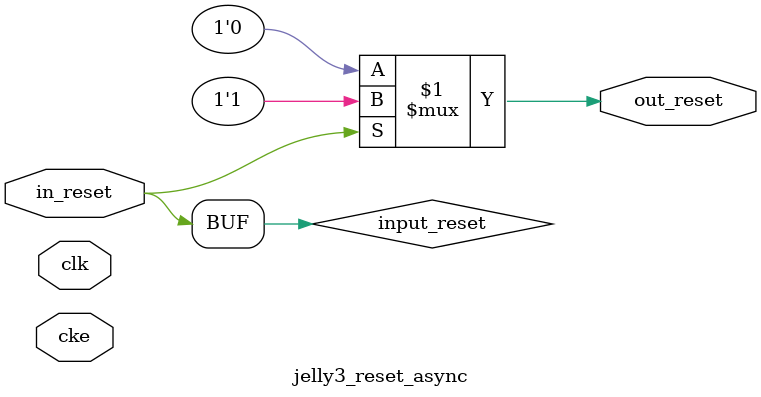
<source format=sv>


`timescale 1ns / 1ps
`default_nettype none


module jelly3_reset_async
        #(
            parameter   bit     IN_LOW_ACTIVE    = 0,   // in_reset が負論理の時 1 にする
            parameter   bit     OUT_LOW_ACTIVE   = 0,   // out_reset が負論理の時 1 にする
            parameter   int     ASYNC_REGS       = 0    // 内部の非同期リセットレジスタ数
        )
        (
            input   var logic   clk         ,
            input   var logic   cke         ,
            input   var logic   in_reset    ,   // asyncrnous reset
            output  var logic   out_reset       // syncrnous reset
        );

    // input polar
    logic   input_reset;
    assign input_reset = IN_LOW_ACTIVE ? ~in_reset : in_reset;

    // output polar
    localparam  bit     RESET_VALUE = OUT_LOW_ACTIVE ? 1'b0 : 1'b1;

    // ASYNC_REGS
    logic   async_reset;
    if ( ASYNC_REGS > 0 ) begin : async_reg
        (* SYNC_REGS = "true" *)
        logic   [ASYNC_REGS-1:0]    reg_async_reset = {ASYNC_REGS{RESET_VALUE}};
        always_ff @(posedge clk or posedge input_reset) begin
            if ( input_reset ) begin
                reg_async_reset <= {ASYNC_REGS{RESET_VALUE}};
            end
            else if ( cke ) begin
                reg_async_reset <= reg_async_reset >> 1;
                reg_async_reset[ASYNC_REGS-1] <= ~RESET_VALUE;
            end
        end
        assign out_reset = reg_async_reset[0];
    end
    else begin : async_bypass
        assign out_reset = input_reset ? RESET_VALUE : ~RESET_VALUE;
    end
    
endmodule

`default_nettype wire

// end of file

</source>
